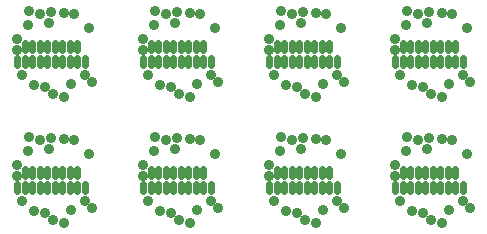
<source format=gts>
G75*
%MOIN*%
%OFA0B0*%
%FSLAX25Y25*%
%IPPOS*%
%LPD*%
%AMOC8*
5,1,8,0,0,1.08239X$1,22.5*
%
%ADD10C,0.02070*%
%ADD11C,0.03500*%
D10*
X0011585Y0019135D02*
X0011585Y0021865D01*
X0011815Y0021865D01*
X0011815Y0019135D01*
X0011585Y0019135D01*
X0011585Y0021204D02*
X0011815Y0021204D01*
X0014085Y0021865D02*
X0014085Y0019135D01*
X0014085Y0021865D02*
X0014315Y0021865D01*
X0014315Y0019135D01*
X0014085Y0019135D01*
X0014085Y0021204D02*
X0014315Y0021204D01*
X0016585Y0021865D02*
X0016585Y0019135D01*
X0016585Y0021865D02*
X0016815Y0021865D01*
X0016815Y0019135D01*
X0016585Y0019135D01*
X0016585Y0021204D02*
X0016815Y0021204D01*
X0019085Y0021865D02*
X0019085Y0019135D01*
X0019085Y0021865D02*
X0019315Y0021865D01*
X0019315Y0019135D01*
X0019085Y0019135D01*
X0019085Y0021204D02*
X0019315Y0021204D01*
X0021585Y0021865D02*
X0021585Y0019135D01*
X0021585Y0021865D02*
X0021815Y0021865D01*
X0021815Y0019135D01*
X0021585Y0019135D01*
X0021585Y0021204D02*
X0021815Y0021204D01*
X0024085Y0021865D02*
X0024085Y0019135D01*
X0024085Y0021865D02*
X0024315Y0021865D01*
X0024315Y0019135D01*
X0024085Y0019135D01*
X0024085Y0021204D02*
X0024315Y0021204D01*
X0026585Y0021865D02*
X0026585Y0019135D01*
X0026585Y0021865D02*
X0026815Y0021865D01*
X0026815Y0019135D01*
X0026585Y0019135D01*
X0026585Y0021204D02*
X0026815Y0021204D01*
X0029085Y0021865D02*
X0029085Y0019135D01*
X0029085Y0021865D02*
X0029315Y0021865D01*
X0029315Y0019135D01*
X0029085Y0019135D01*
X0029085Y0021204D02*
X0029315Y0021204D01*
X0031585Y0021865D02*
X0031585Y0019135D01*
X0031585Y0021865D02*
X0031815Y0021865D01*
X0031815Y0019135D01*
X0031585Y0019135D01*
X0031585Y0021204D02*
X0031815Y0021204D01*
X0034085Y0021865D02*
X0034085Y0019135D01*
X0034085Y0021865D02*
X0034315Y0021865D01*
X0034315Y0019135D01*
X0034085Y0019135D01*
X0034085Y0021204D02*
X0034315Y0021204D01*
X0031585Y0024135D02*
X0031585Y0026865D01*
X0031815Y0026865D01*
X0031815Y0024135D01*
X0031585Y0024135D01*
X0031585Y0026204D02*
X0031815Y0026204D01*
X0029085Y0026865D02*
X0029085Y0024135D01*
X0029085Y0026865D02*
X0029315Y0026865D01*
X0029315Y0024135D01*
X0029085Y0024135D01*
X0029085Y0026204D02*
X0029315Y0026204D01*
X0026585Y0026865D02*
X0026585Y0024135D01*
X0026585Y0026865D02*
X0026815Y0026865D01*
X0026815Y0024135D01*
X0026585Y0024135D01*
X0026585Y0026204D02*
X0026815Y0026204D01*
X0024085Y0026865D02*
X0024085Y0024135D01*
X0024085Y0026865D02*
X0024315Y0026865D01*
X0024315Y0024135D01*
X0024085Y0024135D01*
X0024085Y0026204D02*
X0024315Y0026204D01*
X0021585Y0026865D02*
X0021585Y0024135D01*
X0021585Y0026865D02*
X0021815Y0026865D01*
X0021815Y0024135D01*
X0021585Y0024135D01*
X0021585Y0026204D02*
X0021815Y0026204D01*
X0019085Y0026865D02*
X0019085Y0024135D01*
X0019085Y0026865D02*
X0019315Y0026865D01*
X0019315Y0024135D01*
X0019085Y0024135D01*
X0019085Y0026204D02*
X0019315Y0026204D01*
X0016585Y0026865D02*
X0016585Y0024135D01*
X0016585Y0026865D02*
X0016815Y0026865D01*
X0016815Y0024135D01*
X0016585Y0024135D01*
X0016585Y0026204D02*
X0016815Y0026204D01*
X0014085Y0026865D02*
X0014085Y0024135D01*
X0014085Y0026865D02*
X0014315Y0026865D01*
X0014315Y0024135D01*
X0014085Y0024135D01*
X0014085Y0026204D02*
X0014315Y0026204D01*
X0053585Y0021865D02*
X0053585Y0019135D01*
X0053585Y0021865D02*
X0053815Y0021865D01*
X0053815Y0019135D01*
X0053585Y0019135D01*
X0053585Y0021204D02*
X0053815Y0021204D01*
X0056085Y0021865D02*
X0056085Y0019135D01*
X0056085Y0021865D02*
X0056315Y0021865D01*
X0056315Y0019135D01*
X0056085Y0019135D01*
X0056085Y0021204D02*
X0056315Y0021204D01*
X0058585Y0021865D02*
X0058585Y0019135D01*
X0058585Y0021865D02*
X0058815Y0021865D01*
X0058815Y0019135D01*
X0058585Y0019135D01*
X0058585Y0021204D02*
X0058815Y0021204D01*
X0061085Y0021865D02*
X0061085Y0019135D01*
X0061085Y0021865D02*
X0061315Y0021865D01*
X0061315Y0019135D01*
X0061085Y0019135D01*
X0061085Y0021204D02*
X0061315Y0021204D01*
X0063585Y0021865D02*
X0063585Y0019135D01*
X0063585Y0021865D02*
X0063815Y0021865D01*
X0063815Y0019135D01*
X0063585Y0019135D01*
X0063585Y0021204D02*
X0063815Y0021204D01*
X0066085Y0021865D02*
X0066085Y0019135D01*
X0066085Y0021865D02*
X0066315Y0021865D01*
X0066315Y0019135D01*
X0066085Y0019135D01*
X0066085Y0021204D02*
X0066315Y0021204D01*
X0068585Y0021865D02*
X0068585Y0019135D01*
X0068585Y0021865D02*
X0068815Y0021865D01*
X0068815Y0019135D01*
X0068585Y0019135D01*
X0068585Y0021204D02*
X0068815Y0021204D01*
X0071085Y0021865D02*
X0071085Y0019135D01*
X0071085Y0021865D02*
X0071315Y0021865D01*
X0071315Y0019135D01*
X0071085Y0019135D01*
X0071085Y0021204D02*
X0071315Y0021204D01*
X0073585Y0021865D02*
X0073585Y0019135D01*
X0073585Y0021865D02*
X0073815Y0021865D01*
X0073815Y0019135D01*
X0073585Y0019135D01*
X0073585Y0021204D02*
X0073815Y0021204D01*
X0076085Y0021865D02*
X0076085Y0019135D01*
X0076085Y0021865D02*
X0076315Y0021865D01*
X0076315Y0019135D01*
X0076085Y0019135D01*
X0076085Y0021204D02*
X0076315Y0021204D01*
X0073585Y0024135D02*
X0073585Y0026865D01*
X0073815Y0026865D01*
X0073815Y0024135D01*
X0073585Y0024135D01*
X0073585Y0026204D02*
X0073815Y0026204D01*
X0071085Y0026865D02*
X0071085Y0024135D01*
X0071085Y0026865D02*
X0071315Y0026865D01*
X0071315Y0024135D01*
X0071085Y0024135D01*
X0071085Y0026204D02*
X0071315Y0026204D01*
X0068585Y0026865D02*
X0068585Y0024135D01*
X0068585Y0026865D02*
X0068815Y0026865D01*
X0068815Y0024135D01*
X0068585Y0024135D01*
X0068585Y0026204D02*
X0068815Y0026204D01*
X0066085Y0026865D02*
X0066085Y0024135D01*
X0066085Y0026865D02*
X0066315Y0026865D01*
X0066315Y0024135D01*
X0066085Y0024135D01*
X0066085Y0026204D02*
X0066315Y0026204D01*
X0063585Y0026865D02*
X0063585Y0024135D01*
X0063585Y0026865D02*
X0063815Y0026865D01*
X0063815Y0024135D01*
X0063585Y0024135D01*
X0063585Y0026204D02*
X0063815Y0026204D01*
X0061085Y0026865D02*
X0061085Y0024135D01*
X0061085Y0026865D02*
X0061315Y0026865D01*
X0061315Y0024135D01*
X0061085Y0024135D01*
X0061085Y0026204D02*
X0061315Y0026204D01*
X0058585Y0026865D02*
X0058585Y0024135D01*
X0058585Y0026865D02*
X0058815Y0026865D01*
X0058815Y0024135D01*
X0058585Y0024135D01*
X0058585Y0026204D02*
X0058815Y0026204D01*
X0056085Y0026865D02*
X0056085Y0024135D01*
X0056085Y0026865D02*
X0056315Y0026865D01*
X0056315Y0024135D01*
X0056085Y0024135D01*
X0056085Y0026204D02*
X0056315Y0026204D01*
X0095585Y0021865D02*
X0095585Y0019135D01*
X0095585Y0021865D02*
X0095815Y0021865D01*
X0095815Y0019135D01*
X0095585Y0019135D01*
X0095585Y0021204D02*
X0095815Y0021204D01*
X0098085Y0021865D02*
X0098085Y0019135D01*
X0098085Y0021865D02*
X0098315Y0021865D01*
X0098315Y0019135D01*
X0098085Y0019135D01*
X0098085Y0021204D02*
X0098315Y0021204D01*
X0100585Y0021865D02*
X0100585Y0019135D01*
X0100585Y0021865D02*
X0100815Y0021865D01*
X0100815Y0019135D01*
X0100585Y0019135D01*
X0100585Y0021204D02*
X0100815Y0021204D01*
X0103085Y0021865D02*
X0103085Y0019135D01*
X0103085Y0021865D02*
X0103315Y0021865D01*
X0103315Y0019135D01*
X0103085Y0019135D01*
X0103085Y0021204D02*
X0103315Y0021204D01*
X0105585Y0021865D02*
X0105585Y0019135D01*
X0105585Y0021865D02*
X0105815Y0021865D01*
X0105815Y0019135D01*
X0105585Y0019135D01*
X0105585Y0021204D02*
X0105815Y0021204D01*
X0108085Y0021865D02*
X0108085Y0019135D01*
X0108085Y0021865D02*
X0108315Y0021865D01*
X0108315Y0019135D01*
X0108085Y0019135D01*
X0108085Y0021204D02*
X0108315Y0021204D01*
X0110585Y0021865D02*
X0110585Y0019135D01*
X0110585Y0021865D02*
X0110815Y0021865D01*
X0110815Y0019135D01*
X0110585Y0019135D01*
X0110585Y0021204D02*
X0110815Y0021204D01*
X0113085Y0021865D02*
X0113085Y0019135D01*
X0113085Y0021865D02*
X0113315Y0021865D01*
X0113315Y0019135D01*
X0113085Y0019135D01*
X0113085Y0021204D02*
X0113315Y0021204D01*
X0115585Y0021865D02*
X0115585Y0019135D01*
X0115585Y0021865D02*
X0115815Y0021865D01*
X0115815Y0019135D01*
X0115585Y0019135D01*
X0115585Y0021204D02*
X0115815Y0021204D01*
X0118085Y0021865D02*
X0118085Y0019135D01*
X0118085Y0021865D02*
X0118315Y0021865D01*
X0118315Y0019135D01*
X0118085Y0019135D01*
X0118085Y0021204D02*
X0118315Y0021204D01*
X0115585Y0024135D02*
X0115585Y0026865D01*
X0115815Y0026865D01*
X0115815Y0024135D01*
X0115585Y0024135D01*
X0115585Y0026204D02*
X0115815Y0026204D01*
X0113085Y0026865D02*
X0113085Y0024135D01*
X0113085Y0026865D02*
X0113315Y0026865D01*
X0113315Y0024135D01*
X0113085Y0024135D01*
X0113085Y0026204D02*
X0113315Y0026204D01*
X0110585Y0026865D02*
X0110585Y0024135D01*
X0110585Y0026865D02*
X0110815Y0026865D01*
X0110815Y0024135D01*
X0110585Y0024135D01*
X0110585Y0026204D02*
X0110815Y0026204D01*
X0108085Y0026865D02*
X0108085Y0024135D01*
X0108085Y0026865D02*
X0108315Y0026865D01*
X0108315Y0024135D01*
X0108085Y0024135D01*
X0108085Y0026204D02*
X0108315Y0026204D01*
X0105585Y0026865D02*
X0105585Y0024135D01*
X0105585Y0026865D02*
X0105815Y0026865D01*
X0105815Y0024135D01*
X0105585Y0024135D01*
X0105585Y0026204D02*
X0105815Y0026204D01*
X0103085Y0026865D02*
X0103085Y0024135D01*
X0103085Y0026865D02*
X0103315Y0026865D01*
X0103315Y0024135D01*
X0103085Y0024135D01*
X0103085Y0026204D02*
X0103315Y0026204D01*
X0100585Y0026865D02*
X0100585Y0024135D01*
X0100585Y0026865D02*
X0100815Y0026865D01*
X0100815Y0024135D01*
X0100585Y0024135D01*
X0100585Y0026204D02*
X0100815Y0026204D01*
X0098085Y0026865D02*
X0098085Y0024135D01*
X0098085Y0026865D02*
X0098315Y0026865D01*
X0098315Y0024135D01*
X0098085Y0024135D01*
X0098085Y0026204D02*
X0098315Y0026204D01*
X0137585Y0021865D02*
X0137585Y0019135D01*
X0137585Y0021865D02*
X0137815Y0021865D01*
X0137815Y0019135D01*
X0137585Y0019135D01*
X0137585Y0021204D02*
X0137815Y0021204D01*
X0140085Y0021865D02*
X0140085Y0019135D01*
X0140085Y0021865D02*
X0140315Y0021865D01*
X0140315Y0019135D01*
X0140085Y0019135D01*
X0140085Y0021204D02*
X0140315Y0021204D01*
X0142585Y0021865D02*
X0142585Y0019135D01*
X0142585Y0021865D02*
X0142815Y0021865D01*
X0142815Y0019135D01*
X0142585Y0019135D01*
X0142585Y0021204D02*
X0142815Y0021204D01*
X0145085Y0021865D02*
X0145085Y0019135D01*
X0145085Y0021865D02*
X0145315Y0021865D01*
X0145315Y0019135D01*
X0145085Y0019135D01*
X0145085Y0021204D02*
X0145315Y0021204D01*
X0147585Y0021865D02*
X0147585Y0019135D01*
X0147585Y0021865D02*
X0147815Y0021865D01*
X0147815Y0019135D01*
X0147585Y0019135D01*
X0147585Y0021204D02*
X0147815Y0021204D01*
X0150085Y0021865D02*
X0150085Y0019135D01*
X0150085Y0021865D02*
X0150315Y0021865D01*
X0150315Y0019135D01*
X0150085Y0019135D01*
X0150085Y0021204D02*
X0150315Y0021204D01*
X0152585Y0021865D02*
X0152585Y0019135D01*
X0152585Y0021865D02*
X0152815Y0021865D01*
X0152815Y0019135D01*
X0152585Y0019135D01*
X0152585Y0021204D02*
X0152815Y0021204D01*
X0155085Y0021865D02*
X0155085Y0019135D01*
X0155085Y0021865D02*
X0155315Y0021865D01*
X0155315Y0019135D01*
X0155085Y0019135D01*
X0155085Y0021204D02*
X0155315Y0021204D01*
X0157585Y0021865D02*
X0157585Y0019135D01*
X0157585Y0021865D02*
X0157815Y0021865D01*
X0157815Y0019135D01*
X0157585Y0019135D01*
X0157585Y0021204D02*
X0157815Y0021204D01*
X0160085Y0021865D02*
X0160085Y0019135D01*
X0160085Y0021865D02*
X0160315Y0021865D01*
X0160315Y0019135D01*
X0160085Y0019135D01*
X0160085Y0021204D02*
X0160315Y0021204D01*
X0157585Y0024135D02*
X0157585Y0026865D01*
X0157815Y0026865D01*
X0157815Y0024135D01*
X0157585Y0024135D01*
X0157585Y0026204D02*
X0157815Y0026204D01*
X0155085Y0026865D02*
X0155085Y0024135D01*
X0155085Y0026865D02*
X0155315Y0026865D01*
X0155315Y0024135D01*
X0155085Y0024135D01*
X0155085Y0026204D02*
X0155315Y0026204D01*
X0152585Y0026865D02*
X0152585Y0024135D01*
X0152585Y0026865D02*
X0152815Y0026865D01*
X0152815Y0024135D01*
X0152585Y0024135D01*
X0152585Y0026204D02*
X0152815Y0026204D01*
X0150085Y0026865D02*
X0150085Y0024135D01*
X0150085Y0026865D02*
X0150315Y0026865D01*
X0150315Y0024135D01*
X0150085Y0024135D01*
X0150085Y0026204D02*
X0150315Y0026204D01*
X0147585Y0026865D02*
X0147585Y0024135D01*
X0147585Y0026865D02*
X0147815Y0026865D01*
X0147815Y0024135D01*
X0147585Y0024135D01*
X0147585Y0026204D02*
X0147815Y0026204D01*
X0145085Y0026865D02*
X0145085Y0024135D01*
X0145085Y0026865D02*
X0145315Y0026865D01*
X0145315Y0024135D01*
X0145085Y0024135D01*
X0145085Y0026204D02*
X0145315Y0026204D01*
X0142585Y0026865D02*
X0142585Y0024135D01*
X0142585Y0026865D02*
X0142815Y0026865D01*
X0142815Y0024135D01*
X0142585Y0024135D01*
X0142585Y0026204D02*
X0142815Y0026204D01*
X0140085Y0026865D02*
X0140085Y0024135D01*
X0140085Y0026865D02*
X0140315Y0026865D01*
X0140315Y0024135D01*
X0140085Y0024135D01*
X0140085Y0026204D02*
X0140315Y0026204D01*
X0140085Y0061135D02*
X0140085Y0063865D01*
X0140315Y0063865D01*
X0140315Y0061135D01*
X0140085Y0061135D01*
X0140085Y0063204D02*
X0140315Y0063204D01*
X0142585Y0063865D02*
X0142585Y0061135D01*
X0142585Y0063865D02*
X0142815Y0063865D01*
X0142815Y0061135D01*
X0142585Y0061135D01*
X0142585Y0063204D02*
X0142815Y0063204D01*
X0145085Y0063865D02*
X0145085Y0061135D01*
X0145085Y0063865D02*
X0145315Y0063865D01*
X0145315Y0061135D01*
X0145085Y0061135D01*
X0145085Y0063204D02*
X0145315Y0063204D01*
X0147585Y0063865D02*
X0147585Y0061135D01*
X0147585Y0063865D02*
X0147815Y0063865D01*
X0147815Y0061135D01*
X0147585Y0061135D01*
X0147585Y0063204D02*
X0147815Y0063204D01*
X0150085Y0063865D02*
X0150085Y0061135D01*
X0150085Y0063865D02*
X0150315Y0063865D01*
X0150315Y0061135D01*
X0150085Y0061135D01*
X0150085Y0063204D02*
X0150315Y0063204D01*
X0152585Y0063865D02*
X0152585Y0061135D01*
X0152585Y0063865D02*
X0152815Y0063865D01*
X0152815Y0061135D01*
X0152585Y0061135D01*
X0152585Y0063204D02*
X0152815Y0063204D01*
X0155085Y0063865D02*
X0155085Y0061135D01*
X0155085Y0063865D02*
X0155315Y0063865D01*
X0155315Y0061135D01*
X0155085Y0061135D01*
X0155085Y0063204D02*
X0155315Y0063204D01*
X0157585Y0063865D02*
X0157585Y0061135D01*
X0157585Y0063865D02*
X0157815Y0063865D01*
X0157815Y0061135D01*
X0157585Y0061135D01*
X0157585Y0063204D02*
X0157815Y0063204D01*
X0160085Y0063865D02*
X0160085Y0061135D01*
X0160085Y0063865D02*
X0160315Y0063865D01*
X0160315Y0061135D01*
X0160085Y0061135D01*
X0160085Y0063204D02*
X0160315Y0063204D01*
X0157585Y0066135D02*
X0157585Y0068865D01*
X0157815Y0068865D01*
X0157815Y0066135D01*
X0157585Y0066135D01*
X0157585Y0068204D02*
X0157815Y0068204D01*
X0155085Y0068865D02*
X0155085Y0066135D01*
X0155085Y0068865D02*
X0155315Y0068865D01*
X0155315Y0066135D01*
X0155085Y0066135D01*
X0155085Y0068204D02*
X0155315Y0068204D01*
X0152585Y0068865D02*
X0152585Y0066135D01*
X0152585Y0068865D02*
X0152815Y0068865D01*
X0152815Y0066135D01*
X0152585Y0066135D01*
X0152585Y0068204D02*
X0152815Y0068204D01*
X0150085Y0068865D02*
X0150085Y0066135D01*
X0150085Y0068865D02*
X0150315Y0068865D01*
X0150315Y0066135D01*
X0150085Y0066135D01*
X0150085Y0068204D02*
X0150315Y0068204D01*
X0147585Y0068865D02*
X0147585Y0066135D01*
X0147585Y0068865D02*
X0147815Y0068865D01*
X0147815Y0066135D01*
X0147585Y0066135D01*
X0147585Y0068204D02*
X0147815Y0068204D01*
X0145085Y0068865D02*
X0145085Y0066135D01*
X0145085Y0068865D02*
X0145315Y0068865D01*
X0145315Y0066135D01*
X0145085Y0066135D01*
X0145085Y0068204D02*
X0145315Y0068204D01*
X0142585Y0068865D02*
X0142585Y0066135D01*
X0142585Y0068865D02*
X0142815Y0068865D01*
X0142815Y0066135D01*
X0142585Y0066135D01*
X0142585Y0068204D02*
X0142815Y0068204D01*
X0140085Y0068865D02*
X0140085Y0066135D01*
X0140085Y0068865D02*
X0140315Y0068865D01*
X0140315Y0066135D01*
X0140085Y0066135D01*
X0140085Y0068204D02*
X0140315Y0068204D01*
X0137585Y0063865D02*
X0137585Y0061135D01*
X0137585Y0063865D02*
X0137815Y0063865D01*
X0137815Y0061135D01*
X0137585Y0061135D01*
X0137585Y0063204D02*
X0137815Y0063204D01*
X0118085Y0063865D02*
X0118085Y0061135D01*
X0118085Y0063865D02*
X0118315Y0063865D01*
X0118315Y0061135D01*
X0118085Y0061135D01*
X0118085Y0063204D02*
X0118315Y0063204D01*
X0115585Y0063865D02*
X0115585Y0061135D01*
X0115585Y0063865D02*
X0115815Y0063865D01*
X0115815Y0061135D01*
X0115585Y0061135D01*
X0115585Y0063204D02*
X0115815Y0063204D01*
X0113085Y0063865D02*
X0113085Y0061135D01*
X0113085Y0063865D02*
X0113315Y0063865D01*
X0113315Y0061135D01*
X0113085Y0061135D01*
X0113085Y0063204D02*
X0113315Y0063204D01*
X0110585Y0063865D02*
X0110585Y0061135D01*
X0110585Y0063865D02*
X0110815Y0063865D01*
X0110815Y0061135D01*
X0110585Y0061135D01*
X0110585Y0063204D02*
X0110815Y0063204D01*
X0108085Y0063865D02*
X0108085Y0061135D01*
X0108085Y0063865D02*
X0108315Y0063865D01*
X0108315Y0061135D01*
X0108085Y0061135D01*
X0108085Y0063204D02*
X0108315Y0063204D01*
X0105585Y0063865D02*
X0105585Y0061135D01*
X0105585Y0063865D02*
X0105815Y0063865D01*
X0105815Y0061135D01*
X0105585Y0061135D01*
X0105585Y0063204D02*
X0105815Y0063204D01*
X0103085Y0063865D02*
X0103085Y0061135D01*
X0103085Y0063865D02*
X0103315Y0063865D01*
X0103315Y0061135D01*
X0103085Y0061135D01*
X0103085Y0063204D02*
X0103315Y0063204D01*
X0100585Y0063865D02*
X0100585Y0061135D01*
X0100585Y0063865D02*
X0100815Y0063865D01*
X0100815Y0061135D01*
X0100585Y0061135D01*
X0100585Y0063204D02*
X0100815Y0063204D01*
X0098085Y0063865D02*
X0098085Y0061135D01*
X0098085Y0063865D02*
X0098315Y0063865D01*
X0098315Y0061135D01*
X0098085Y0061135D01*
X0098085Y0063204D02*
X0098315Y0063204D01*
X0095585Y0063865D02*
X0095585Y0061135D01*
X0095585Y0063865D02*
X0095815Y0063865D01*
X0095815Y0061135D01*
X0095585Y0061135D01*
X0095585Y0063204D02*
X0095815Y0063204D01*
X0098085Y0066135D02*
X0098085Y0068865D01*
X0098315Y0068865D01*
X0098315Y0066135D01*
X0098085Y0066135D01*
X0098085Y0068204D02*
X0098315Y0068204D01*
X0100585Y0068865D02*
X0100585Y0066135D01*
X0100585Y0068865D02*
X0100815Y0068865D01*
X0100815Y0066135D01*
X0100585Y0066135D01*
X0100585Y0068204D02*
X0100815Y0068204D01*
X0103085Y0068865D02*
X0103085Y0066135D01*
X0103085Y0068865D02*
X0103315Y0068865D01*
X0103315Y0066135D01*
X0103085Y0066135D01*
X0103085Y0068204D02*
X0103315Y0068204D01*
X0105585Y0068865D02*
X0105585Y0066135D01*
X0105585Y0068865D02*
X0105815Y0068865D01*
X0105815Y0066135D01*
X0105585Y0066135D01*
X0105585Y0068204D02*
X0105815Y0068204D01*
X0108085Y0068865D02*
X0108085Y0066135D01*
X0108085Y0068865D02*
X0108315Y0068865D01*
X0108315Y0066135D01*
X0108085Y0066135D01*
X0108085Y0068204D02*
X0108315Y0068204D01*
X0110585Y0068865D02*
X0110585Y0066135D01*
X0110585Y0068865D02*
X0110815Y0068865D01*
X0110815Y0066135D01*
X0110585Y0066135D01*
X0110585Y0068204D02*
X0110815Y0068204D01*
X0113085Y0068865D02*
X0113085Y0066135D01*
X0113085Y0068865D02*
X0113315Y0068865D01*
X0113315Y0066135D01*
X0113085Y0066135D01*
X0113085Y0068204D02*
X0113315Y0068204D01*
X0115585Y0068865D02*
X0115585Y0066135D01*
X0115585Y0068865D02*
X0115815Y0068865D01*
X0115815Y0066135D01*
X0115585Y0066135D01*
X0115585Y0068204D02*
X0115815Y0068204D01*
X0076085Y0063865D02*
X0076085Y0061135D01*
X0076085Y0063865D02*
X0076315Y0063865D01*
X0076315Y0061135D01*
X0076085Y0061135D01*
X0076085Y0063204D02*
X0076315Y0063204D01*
X0073585Y0063865D02*
X0073585Y0061135D01*
X0073585Y0063865D02*
X0073815Y0063865D01*
X0073815Y0061135D01*
X0073585Y0061135D01*
X0073585Y0063204D02*
X0073815Y0063204D01*
X0071085Y0063865D02*
X0071085Y0061135D01*
X0071085Y0063865D02*
X0071315Y0063865D01*
X0071315Y0061135D01*
X0071085Y0061135D01*
X0071085Y0063204D02*
X0071315Y0063204D01*
X0068585Y0063865D02*
X0068585Y0061135D01*
X0068585Y0063865D02*
X0068815Y0063865D01*
X0068815Y0061135D01*
X0068585Y0061135D01*
X0068585Y0063204D02*
X0068815Y0063204D01*
X0066085Y0063865D02*
X0066085Y0061135D01*
X0066085Y0063865D02*
X0066315Y0063865D01*
X0066315Y0061135D01*
X0066085Y0061135D01*
X0066085Y0063204D02*
X0066315Y0063204D01*
X0063585Y0063865D02*
X0063585Y0061135D01*
X0063585Y0063865D02*
X0063815Y0063865D01*
X0063815Y0061135D01*
X0063585Y0061135D01*
X0063585Y0063204D02*
X0063815Y0063204D01*
X0061085Y0063865D02*
X0061085Y0061135D01*
X0061085Y0063865D02*
X0061315Y0063865D01*
X0061315Y0061135D01*
X0061085Y0061135D01*
X0061085Y0063204D02*
X0061315Y0063204D01*
X0058585Y0063865D02*
X0058585Y0061135D01*
X0058585Y0063865D02*
X0058815Y0063865D01*
X0058815Y0061135D01*
X0058585Y0061135D01*
X0058585Y0063204D02*
X0058815Y0063204D01*
X0056085Y0063865D02*
X0056085Y0061135D01*
X0056085Y0063865D02*
X0056315Y0063865D01*
X0056315Y0061135D01*
X0056085Y0061135D01*
X0056085Y0063204D02*
X0056315Y0063204D01*
X0053585Y0063865D02*
X0053585Y0061135D01*
X0053585Y0063865D02*
X0053815Y0063865D01*
X0053815Y0061135D01*
X0053585Y0061135D01*
X0053585Y0063204D02*
X0053815Y0063204D01*
X0056085Y0066135D02*
X0056085Y0068865D01*
X0056315Y0068865D01*
X0056315Y0066135D01*
X0056085Y0066135D01*
X0056085Y0068204D02*
X0056315Y0068204D01*
X0058585Y0068865D02*
X0058585Y0066135D01*
X0058585Y0068865D02*
X0058815Y0068865D01*
X0058815Y0066135D01*
X0058585Y0066135D01*
X0058585Y0068204D02*
X0058815Y0068204D01*
X0061085Y0068865D02*
X0061085Y0066135D01*
X0061085Y0068865D02*
X0061315Y0068865D01*
X0061315Y0066135D01*
X0061085Y0066135D01*
X0061085Y0068204D02*
X0061315Y0068204D01*
X0063585Y0068865D02*
X0063585Y0066135D01*
X0063585Y0068865D02*
X0063815Y0068865D01*
X0063815Y0066135D01*
X0063585Y0066135D01*
X0063585Y0068204D02*
X0063815Y0068204D01*
X0066085Y0068865D02*
X0066085Y0066135D01*
X0066085Y0068865D02*
X0066315Y0068865D01*
X0066315Y0066135D01*
X0066085Y0066135D01*
X0066085Y0068204D02*
X0066315Y0068204D01*
X0068585Y0068865D02*
X0068585Y0066135D01*
X0068585Y0068865D02*
X0068815Y0068865D01*
X0068815Y0066135D01*
X0068585Y0066135D01*
X0068585Y0068204D02*
X0068815Y0068204D01*
X0071085Y0068865D02*
X0071085Y0066135D01*
X0071085Y0068865D02*
X0071315Y0068865D01*
X0071315Y0066135D01*
X0071085Y0066135D01*
X0071085Y0068204D02*
X0071315Y0068204D01*
X0073585Y0068865D02*
X0073585Y0066135D01*
X0073585Y0068865D02*
X0073815Y0068865D01*
X0073815Y0066135D01*
X0073585Y0066135D01*
X0073585Y0068204D02*
X0073815Y0068204D01*
X0034085Y0063865D02*
X0034085Y0061135D01*
X0034085Y0063865D02*
X0034315Y0063865D01*
X0034315Y0061135D01*
X0034085Y0061135D01*
X0034085Y0063204D02*
X0034315Y0063204D01*
X0031585Y0063865D02*
X0031585Y0061135D01*
X0031585Y0063865D02*
X0031815Y0063865D01*
X0031815Y0061135D01*
X0031585Y0061135D01*
X0031585Y0063204D02*
X0031815Y0063204D01*
X0029085Y0063865D02*
X0029085Y0061135D01*
X0029085Y0063865D02*
X0029315Y0063865D01*
X0029315Y0061135D01*
X0029085Y0061135D01*
X0029085Y0063204D02*
X0029315Y0063204D01*
X0026585Y0063865D02*
X0026585Y0061135D01*
X0026585Y0063865D02*
X0026815Y0063865D01*
X0026815Y0061135D01*
X0026585Y0061135D01*
X0026585Y0063204D02*
X0026815Y0063204D01*
X0024085Y0063865D02*
X0024085Y0061135D01*
X0024085Y0063865D02*
X0024315Y0063865D01*
X0024315Y0061135D01*
X0024085Y0061135D01*
X0024085Y0063204D02*
X0024315Y0063204D01*
X0021585Y0063865D02*
X0021585Y0061135D01*
X0021585Y0063865D02*
X0021815Y0063865D01*
X0021815Y0061135D01*
X0021585Y0061135D01*
X0021585Y0063204D02*
X0021815Y0063204D01*
X0019085Y0063865D02*
X0019085Y0061135D01*
X0019085Y0063865D02*
X0019315Y0063865D01*
X0019315Y0061135D01*
X0019085Y0061135D01*
X0019085Y0063204D02*
X0019315Y0063204D01*
X0016585Y0063865D02*
X0016585Y0061135D01*
X0016585Y0063865D02*
X0016815Y0063865D01*
X0016815Y0061135D01*
X0016585Y0061135D01*
X0016585Y0063204D02*
X0016815Y0063204D01*
X0014085Y0063865D02*
X0014085Y0061135D01*
X0014085Y0063865D02*
X0014315Y0063865D01*
X0014315Y0061135D01*
X0014085Y0061135D01*
X0014085Y0063204D02*
X0014315Y0063204D01*
X0011585Y0063865D02*
X0011585Y0061135D01*
X0011585Y0063865D02*
X0011815Y0063865D01*
X0011815Y0061135D01*
X0011585Y0061135D01*
X0011585Y0063204D02*
X0011815Y0063204D01*
X0014085Y0066135D02*
X0014085Y0068865D01*
X0014315Y0068865D01*
X0014315Y0066135D01*
X0014085Y0066135D01*
X0014085Y0068204D02*
X0014315Y0068204D01*
X0016585Y0068865D02*
X0016585Y0066135D01*
X0016585Y0068865D02*
X0016815Y0068865D01*
X0016815Y0066135D01*
X0016585Y0066135D01*
X0016585Y0068204D02*
X0016815Y0068204D01*
X0019085Y0068865D02*
X0019085Y0066135D01*
X0019085Y0068865D02*
X0019315Y0068865D01*
X0019315Y0066135D01*
X0019085Y0066135D01*
X0019085Y0068204D02*
X0019315Y0068204D01*
X0021585Y0068865D02*
X0021585Y0066135D01*
X0021585Y0068865D02*
X0021815Y0068865D01*
X0021815Y0066135D01*
X0021585Y0066135D01*
X0021585Y0068204D02*
X0021815Y0068204D01*
X0024085Y0068865D02*
X0024085Y0066135D01*
X0024085Y0068865D02*
X0024315Y0068865D01*
X0024315Y0066135D01*
X0024085Y0066135D01*
X0024085Y0068204D02*
X0024315Y0068204D01*
X0026585Y0068865D02*
X0026585Y0066135D01*
X0026585Y0068865D02*
X0026815Y0068865D01*
X0026815Y0066135D01*
X0026585Y0066135D01*
X0026585Y0068204D02*
X0026815Y0068204D01*
X0029085Y0068865D02*
X0029085Y0066135D01*
X0029085Y0068865D02*
X0029315Y0068865D01*
X0029315Y0066135D01*
X0029085Y0066135D01*
X0029085Y0068204D02*
X0029315Y0068204D01*
X0031585Y0068865D02*
X0031585Y0066135D01*
X0031585Y0068865D02*
X0031815Y0068865D01*
X0031815Y0066135D01*
X0031585Y0066135D01*
X0031585Y0068204D02*
X0031815Y0068204D01*
D11*
X0020700Y0012200D03*
X0023300Y0010000D03*
X0027100Y0008800D03*
X0029400Y0013200D03*
X0034200Y0016200D03*
X0036600Y0013800D03*
X0055200Y0016200D03*
X0059100Y0012700D03*
X0062700Y0012200D03*
X0065300Y0010000D03*
X0069100Y0008800D03*
X0071400Y0013200D03*
X0076200Y0016200D03*
X0078600Y0013800D03*
X0097200Y0016200D03*
X0101100Y0012700D03*
X0104700Y0012200D03*
X0107300Y0010000D03*
X0111100Y0008800D03*
X0113400Y0013200D03*
X0118200Y0016200D03*
X0120600Y0013800D03*
X0139200Y0016200D03*
X0143100Y0012700D03*
X0146700Y0012200D03*
X0149300Y0010000D03*
X0153100Y0008800D03*
X0155400Y0013200D03*
X0160200Y0016200D03*
X0162600Y0013800D03*
X0137400Y0024600D03*
X0137400Y0028200D03*
X0141000Y0033000D03*
X0145100Y0036500D03*
X0141500Y0037500D03*
X0148800Y0037100D03*
X0153000Y0037000D03*
X0156500Y0036500D03*
X0148200Y0033500D03*
X0161400Y0031800D03*
X0153100Y0050800D03*
X0149300Y0052000D03*
X0146700Y0054200D03*
X0143100Y0054700D03*
X0139200Y0058200D03*
X0137400Y0066600D03*
X0137400Y0070200D03*
X0141000Y0075000D03*
X0145100Y0078500D03*
X0141500Y0079500D03*
X0148800Y0079100D03*
X0153000Y0079000D03*
X0156500Y0078500D03*
X0148200Y0075500D03*
X0161400Y0073800D03*
X0160200Y0058200D03*
X0162600Y0055800D03*
X0155400Y0055200D03*
X0120600Y0055800D03*
X0118200Y0058200D03*
X0113400Y0055200D03*
X0107300Y0052000D03*
X0104700Y0054200D03*
X0101100Y0054700D03*
X0097200Y0058200D03*
X0095400Y0066600D03*
X0095400Y0070200D03*
X0099000Y0075000D03*
X0103100Y0078500D03*
X0099500Y0079500D03*
X0106800Y0079100D03*
X0111000Y0079000D03*
X0114500Y0078500D03*
X0106200Y0075500D03*
X0119400Y0073800D03*
X0077400Y0073800D03*
X0072500Y0078500D03*
X0069000Y0079000D03*
X0064800Y0079100D03*
X0061100Y0078500D03*
X0057500Y0079500D03*
X0057000Y0075000D03*
X0064200Y0075500D03*
X0053400Y0070200D03*
X0053400Y0066600D03*
X0055200Y0058200D03*
X0059100Y0054700D03*
X0062700Y0054200D03*
X0065300Y0052000D03*
X0069100Y0050800D03*
X0071400Y0055200D03*
X0076200Y0058200D03*
X0078600Y0055800D03*
X0111100Y0050800D03*
X0111000Y0037000D03*
X0114500Y0036500D03*
X0106800Y0037100D03*
X0103100Y0036500D03*
X0099500Y0037500D03*
X0106200Y0033500D03*
X0099000Y0033000D03*
X0095400Y0028200D03*
X0095400Y0024600D03*
X0077400Y0031800D03*
X0072500Y0036500D03*
X0069000Y0037000D03*
X0064800Y0037100D03*
X0061100Y0036500D03*
X0057500Y0037500D03*
X0064200Y0033500D03*
X0057000Y0033000D03*
X0053400Y0028200D03*
X0053400Y0024600D03*
X0035400Y0031800D03*
X0030500Y0036500D03*
X0027000Y0037000D03*
X0022800Y0037100D03*
X0019100Y0036500D03*
X0015500Y0037500D03*
X0022200Y0033500D03*
X0015000Y0033000D03*
X0011400Y0028200D03*
X0011400Y0024600D03*
X0013200Y0016200D03*
X0017100Y0012700D03*
X0027100Y0050800D03*
X0023300Y0052000D03*
X0020700Y0054200D03*
X0017100Y0054700D03*
X0013200Y0058200D03*
X0011400Y0066600D03*
X0011400Y0070200D03*
X0015000Y0075000D03*
X0019100Y0078500D03*
X0015500Y0079500D03*
X0022800Y0079100D03*
X0027000Y0079000D03*
X0030500Y0078500D03*
X0022200Y0075500D03*
X0035400Y0073800D03*
X0034200Y0058200D03*
X0036600Y0055800D03*
X0029400Y0055200D03*
X0119400Y0031800D03*
M02*

</source>
